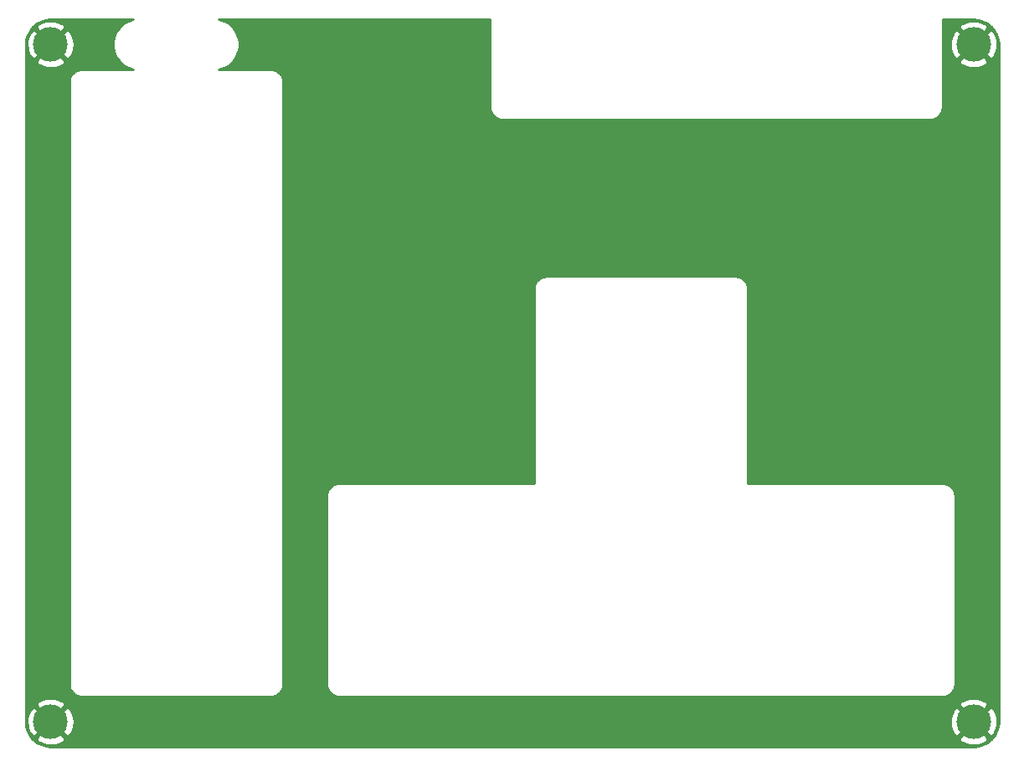
<source format=gbl>
G04 #@! TF.GenerationSoftware,KiCad,Pcbnew,(5.1.8)-1*
G04 #@! TF.CreationDate,2021-03-09T01:55:28+01:00*
G04 #@! TF.ProjectId,C64 Joykey Faceplate A1,43363420-4a6f-4796-9b65-792046616365,rev?*
G04 #@! TF.SameCoordinates,Original*
G04 #@! TF.FileFunction,Copper,L2,Bot*
G04 #@! TF.FilePolarity,Positive*
%FSLAX46Y46*%
G04 Gerber Fmt 4.6, Leading zero omitted, Abs format (unit mm)*
G04 Created by KiCad (PCBNEW (5.1.8)-1) date 2021-03-09 01:55:28*
%MOMM*%
%LPD*%
G01*
G04 APERTURE LIST*
G04 #@! TA.AperFunction,ComponentPad*
%ADD10C,3.500000*%
G04 #@! TD*
G04 #@! TA.AperFunction,Conductor*
%ADD11C,0.254000*%
G04 #@! TD*
G04 #@! TA.AperFunction,Conductor*
%ADD12C,0.100000*%
G04 #@! TD*
G04 APERTURE END LIST*
D10*
X144145000Y-154305000D03*
X237490000Y-154305000D03*
X237490000Y-85725000D03*
X144145000Y-85725000D03*
D11*
X152286066Y-83256094D02*
X151818796Y-83449643D01*
X151398265Y-83730633D01*
X151040633Y-84088265D01*
X150759643Y-84508796D01*
X150566094Y-84976066D01*
X150467423Y-85472116D01*
X150467423Y-85977884D01*
X150566094Y-86473934D01*
X150759643Y-86941204D01*
X151040633Y-87361735D01*
X151398265Y-87719367D01*
X151818796Y-88000357D01*
X152286066Y-88193906D01*
X152517795Y-88240000D01*
X147287581Y-88240000D01*
X147259581Y-88242758D01*
X147255745Y-88242731D01*
X147246574Y-88243631D01*
X147123323Y-88256586D01*
X147064733Y-88268613D01*
X147005971Y-88279822D01*
X146997149Y-88282486D01*
X146878762Y-88319133D01*
X146823632Y-88342308D01*
X146768153Y-88364722D01*
X146760017Y-88369049D01*
X146651002Y-88427993D01*
X146601422Y-88461435D01*
X146551355Y-88494197D01*
X146544214Y-88500022D01*
X146448724Y-88579018D01*
X146406603Y-88621434D01*
X146363834Y-88663316D01*
X146357961Y-88670416D01*
X146279633Y-88766455D01*
X146246518Y-88816297D01*
X146212733Y-88865638D01*
X146208350Y-88873744D01*
X146150168Y-88983168D01*
X146127384Y-89038446D01*
X146103807Y-89093455D01*
X146101082Y-89102259D01*
X146065262Y-89220899D01*
X146053641Y-89279592D01*
X146041206Y-89338095D01*
X146040244Y-89347253D01*
X146040244Y-89347254D01*
X146040243Y-89347259D01*
X146028150Y-89470598D01*
X146025000Y-89502582D01*
X146025001Y-150527419D01*
X146027758Y-150555410D01*
X146027731Y-150559255D01*
X146028631Y-150568426D01*
X146041586Y-150691677D01*
X146053615Y-150750274D01*
X146064822Y-150809028D01*
X146067486Y-150817850D01*
X146104133Y-150936238D01*
X146127308Y-150991368D01*
X146149722Y-151046847D01*
X146154049Y-151054983D01*
X146212992Y-151163998D01*
X146246437Y-151213582D01*
X146279197Y-151263645D01*
X146285022Y-151270786D01*
X146364018Y-151366276D01*
X146406467Y-151408430D01*
X146448315Y-151451165D01*
X146455416Y-151457039D01*
X146551455Y-151535367D01*
X146601281Y-151568472D01*
X146650638Y-151602267D01*
X146658744Y-151606650D01*
X146768167Y-151664832D01*
X146823459Y-151687621D01*
X146878455Y-151711193D01*
X146887258Y-151713918D01*
X147005899Y-151749737D01*
X147064583Y-151761357D01*
X147123094Y-151773794D01*
X147132250Y-151774756D01*
X147132255Y-151774757D01*
X147132259Y-151774757D01*
X147255597Y-151786850D01*
X147255598Y-151786850D01*
X147287581Y-151790000D01*
X166402419Y-151790000D01*
X166430419Y-151787242D01*
X166434255Y-151787269D01*
X166443426Y-151786369D01*
X166566677Y-151773414D01*
X166625274Y-151761385D01*
X166684028Y-151750178D01*
X166692850Y-151747514D01*
X166811238Y-151710867D01*
X166866368Y-151687692D01*
X166921847Y-151665278D01*
X166929983Y-151660951D01*
X167038998Y-151602008D01*
X167088582Y-151568563D01*
X167138645Y-151535803D01*
X167145786Y-151529978D01*
X167241276Y-151450982D01*
X167283430Y-151408533D01*
X167326165Y-151366685D01*
X167332039Y-151359584D01*
X167410367Y-151263545D01*
X167443472Y-151213719D01*
X167477267Y-151164362D01*
X167481650Y-151156256D01*
X167539832Y-151046833D01*
X167562621Y-150991541D01*
X167586193Y-150936545D01*
X167588918Y-150927742D01*
X167624737Y-150809101D01*
X167636359Y-150750408D01*
X167648794Y-150691906D01*
X167649756Y-150682750D01*
X167649757Y-150682745D01*
X167649757Y-150682741D01*
X167661850Y-150559403D01*
X167661850Y-150559402D01*
X167665000Y-150527419D01*
X167665000Y-150527418D01*
X172060000Y-150527418D01*
X172062758Y-150555419D01*
X172062731Y-150559255D01*
X172063631Y-150568426D01*
X172076586Y-150691677D01*
X172088615Y-150750274D01*
X172099822Y-150809028D01*
X172102486Y-150817850D01*
X172139133Y-150936238D01*
X172162308Y-150991368D01*
X172184722Y-151046847D01*
X172189049Y-151054983D01*
X172247992Y-151163998D01*
X172281437Y-151213582D01*
X172314197Y-151263645D01*
X172320022Y-151270786D01*
X172399018Y-151366276D01*
X172441467Y-151408430D01*
X172483315Y-151451165D01*
X172490416Y-151457039D01*
X172586455Y-151535367D01*
X172636281Y-151568472D01*
X172685638Y-151602267D01*
X172693744Y-151606650D01*
X172803167Y-151664832D01*
X172858459Y-151687621D01*
X172913455Y-151711193D01*
X172922258Y-151713918D01*
X173040899Y-151749737D01*
X173099583Y-151761357D01*
X173158094Y-151773794D01*
X173167250Y-151774756D01*
X173167255Y-151774757D01*
X173167259Y-151774757D01*
X173290597Y-151786850D01*
X173290598Y-151786850D01*
X173322581Y-151790000D01*
X234347419Y-151790000D01*
X234375419Y-151787242D01*
X234379255Y-151787269D01*
X234388426Y-151786369D01*
X234511677Y-151773414D01*
X234570274Y-151761385D01*
X234629028Y-151750178D01*
X234637850Y-151747514D01*
X234756238Y-151710867D01*
X234811368Y-151687692D01*
X234866847Y-151665278D01*
X234874983Y-151660951D01*
X234983998Y-151602008D01*
X235033582Y-151568563D01*
X235083645Y-151535803D01*
X235090786Y-151529978D01*
X235186276Y-151450982D01*
X235228430Y-151408533D01*
X235271165Y-151366685D01*
X235277039Y-151359584D01*
X235355367Y-151263545D01*
X235388472Y-151213719D01*
X235422267Y-151164362D01*
X235426650Y-151156256D01*
X235484832Y-151046833D01*
X235507621Y-150991541D01*
X235531193Y-150936545D01*
X235533918Y-150927742D01*
X235569737Y-150809101D01*
X235581359Y-150750408D01*
X235593794Y-150691906D01*
X235594756Y-150682750D01*
X235594757Y-150682745D01*
X235594757Y-150682741D01*
X235606850Y-150559403D01*
X235606850Y-150559402D01*
X235610000Y-150527419D01*
X235610000Y-131412581D01*
X235607242Y-131384581D01*
X235607269Y-131380745D01*
X235606369Y-131371574D01*
X235593414Y-131248323D01*
X235581387Y-131189733D01*
X235570178Y-131130971D01*
X235567514Y-131122149D01*
X235530867Y-131003762D01*
X235507692Y-130948632D01*
X235485278Y-130893153D01*
X235480951Y-130885017D01*
X235422007Y-130776002D01*
X235388565Y-130726422D01*
X235355803Y-130676355D01*
X235349978Y-130669214D01*
X235270982Y-130573724D01*
X235228566Y-130531603D01*
X235186684Y-130488834D01*
X235179584Y-130482961D01*
X235083545Y-130404633D01*
X235033703Y-130371518D01*
X234984362Y-130337733D01*
X234976256Y-130333350D01*
X234866832Y-130275168D01*
X234811554Y-130252384D01*
X234756545Y-130228807D01*
X234747741Y-130226082D01*
X234629101Y-130190262D01*
X234570372Y-130178633D01*
X234511905Y-130166206D01*
X234502747Y-130165244D01*
X234502744Y-130165243D01*
X234502741Y-130165243D01*
X234379402Y-130153150D01*
X234347419Y-130150000D01*
X214662275Y-130150000D01*
X214655487Y-130149335D01*
X214655000Y-130144699D01*
X214655000Y-110457581D01*
X214652242Y-110429581D01*
X214652269Y-110425745D01*
X214651369Y-110416574D01*
X214638414Y-110293323D01*
X214626387Y-110234733D01*
X214615178Y-110175971D01*
X214612514Y-110167149D01*
X214575867Y-110048762D01*
X214552692Y-109993632D01*
X214530278Y-109938153D01*
X214525951Y-109930017D01*
X214467007Y-109821002D01*
X214433565Y-109771422D01*
X214400803Y-109721355D01*
X214394978Y-109714214D01*
X214315982Y-109618724D01*
X214273566Y-109576603D01*
X214231684Y-109533834D01*
X214224584Y-109527961D01*
X214128545Y-109449633D01*
X214078703Y-109416518D01*
X214029362Y-109382733D01*
X214021256Y-109378350D01*
X213911832Y-109320168D01*
X213856554Y-109297384D01*
X213801545Y-109273807D01*
X213792741Y-109271082D01*
X213674101Y-109235262D01*
X213615372Y-109223633D01*
X213556905Y-109211206D01*
X213547747Y-109210244D01*
X213547744Y-109210243D01*
X213547741Y-109210243D01*
X213424402Y-109198150D01*
X213392419Y-109195000D01*
X194277581Y-109195000D01*
X194249581Y-109197758D01*
X194245745Y-109197731D01*
X194236574Y-109198631D01*
X194113323Y-109211586D01*
X194054733Y-109223613D01*
X193995971Y-109234822D01*
X193987149Y-109237486D01*
X193868762Y-109274133D01*
X193813632Y-109297308D01*
X193758153Y-109319722D01*
X193750017Y-109324049D01*
X193641002Y-109382993D01*
X193591422Y-109416435D01*
X193541355Y-109449197D01*
X193534214Y-109455022D01*
X193438724Y-109534018D01*
X193396603Y-109576434D01*
X193353834Y-109618316D01*
X193347961Y-109625416D01*
X193269633Y-109721455D01*
X193236518Y-109771297D01*
X193202733Y-109820638D01*
X193198350Y-109828744D01*
X193140168Y-109938168D01*
X193117384Y-109993446D01*
X193093807Y-110048455D01*
X193091082Y-110057259D01*
X193055262Y-110175899D01*
X193043641Y-110234592D01*
X193031206Y-110293095D01*
X193030244Y-110302253D01*
X193030244Y-110302254D01*
X193030243Y-110302259D01*
X193018150Y-110425598D01*
X193018150Y-110425608D01*
X193015001Y-110457581D01*
X193015000Y-130142725D01*
X193014335Y-130149513D01*
X193009699Y-130150000D01*
X173322581Y-130150000D01*
X173294581Y-130152758D01*
X173290745Y-130152731D01*
X173281574Y-130153631D01*
X173158323Y-130166586D01*
X173099733Y-130178613D01*
X173040971Y-130189822D01*
X173032149Y-130192486D01*
X172913762Y-130229133D01*
X172858632Y-130252308D01*
X172803153Y-130274722D01*
X172795017Y-130279049D01*
X172686002Y-130337993D01*
X172636422Y-130371435D01*
X172586355Y-130404197D01*
X172579214Y-130410022D01*
X172483724Y-130489018D01*
X172441603Y-130531434D01*
X172398834Y-130573316D01*
X172392961Y-130580416D01*
X172314633Y-130676455D01*
X172281518Y-130726297D01*
X172247733Y-130775638D01*
X172243350Y-130783744D01*
X172185168Y-130893168D01*
X172162390Y-130948432D01*
X172138807Y-131003455D01*
X172136082Y-131012259D01*
X172100262Y-131130899D01*
X172088641Y-131189592D01*
X172076206Y-131248095D01*
X172075244Y-131257253D01*
X172075244Y-131257254D01*
X172075243Y-131257259D01*
X172063150Y-131380598D01*
X172063150Y-131380608D01*
X172060001Y-131412581D01*
X172060000Y-150527418D01*
X167665000Y-150527418D01*
X167665000Y-89502581D01*
X167662242Y-89474581D01*
X167662269Y-89470745D01*
X167661369Y-89461574D01*
X167648414Y-89338323D01*
X167636387Y-89279733D01*
X167625178Y-89220971D01*
X167622514Y-89212149D01*
X167585867Y-89093762D01*
X167562692Y-89038632D01*
X167540278Y-88983153D01*
X167535951Y-88975017D01*
X167477007Y-88866002D01*
X167443565Y-88816422D01*
X167410803Y-88766355D01*
X167404978Y-88759214D01*
X167325982Y-88663724D01*
X167283566Y-88621603D01*
X167241684Y-88578834D01*
X167234584Y-88572961D01*
X167138545Y-88494633D01*
X167088703Y-88461518D01*
X167039362Y-88427733D01*
X167031256Y-88423350D01*
X166921832Y-88365168D01*
X166866554Y-88342384D01*
X166811545Y-88318807D01*
X166802741Y-88316082D01*
X166684101Y-88280262D01*
X166625372Y-88268633D01*
X166566905Y-88256206D01*
X166557747Y-88255244D01*
X166557744Y-88255243D01*
X166557741Y-88255243D01*
X166434402Y-88243150D01*
X166402419Y-88240000D01*
X161172205Y-88240000D01*
X161403934Y-88193906D01*
X161871204Y-88000357D01*
X162291735Y-87719367D01*
X162649367Y-87361735D01*
X162930357Y-86941204D01*
X163123906Y-86473934D01*
X163222577Y-85977884D01*
X163222577Y-85472116D01*
X163123906Y-84976066D01*
X162930357Y-84508796D01*
X162649367Y-84088265D01*
X162291735Y-83730633D01*
X161871204Y-83449643D01*
X161403934Y-83256094D01*
X161172205Y-83210000D01*
X188562725Y-83210000D01*
X188569513Y-83210666D01*
X188570001Y-83215310D01*
X188570000Y-92107418D01*
X188572758Y-92135419D01*
X188572731Y-92139255D01*
X188573631Y-92148426D01*
X188586586Y-92271677D01*
X188598615Y-92330274D01*
X188609822Y-92389028D01*
X188612486Y-92397850D01*
X188649133Y-92516238D01*
X188672308Y-92571368D01*
X188694722Y-92626847D01*
X188699049Y-92634983D01*
X188757992Y-92743998D01*
X188791437Y-92793582D01*
X188824197Y-92843645D01*
X188830022Y-92850786D01*
X188909018Y-92946276D01*
X188951467Y-92988430D01*
X188993315Y-93031165D01*
X189000416Y-93037039D01*
X189096455Y-93115367D01*
X189146281Y-93148472D01*
X189195638Y-93182267D01*
X189203744Y-93186650D01*
X189313167Y-93244832D01*
X189368459Y-93267621D01*
X189423455Y-93291193D01*
X189432258Y-93293918D01*
X189550899Y-93329737D01*
X189609583Y-93341357D01*
X189668094Y-93353794D01*
X189677250Y-93354756D01*
X189677255Y-93354757D01*
X189677259Y-93354757D01*
X189800597Y-93366850D01*
X189800598Y-93366850D01*
X189832581Y-93370000D01*
X233077419Y-93370000D01*
X233105419Y-93367242D01*
X233109255Y-93367269D01*
X233118426Y-93366369D01*
X233241677Y-93353414D01*
X233300274Y-93341385D01*
X233359028Y-93330178D01*
X233367850Y-93327514D01*
X233486238Y-93290867D01*
X233541368Y-93267692D01*
X233596847Y-93245278D01*
X233604983Y-93240951D01*
X233713998Y-93182008D01*
X233763582Y-93148563D01*
X233813645Y-93115803D01*
X233820786Y-93109978D01*
X233916276Y-93030982D01*
X233958430Y-92988533D01*
X234001165Y-92946685D01*
X234007039Y-92939584D01*
X234085367Y-92843545D01*
X234118472Y-92793719D01*
X234152267Y-92744362D01*
X234156650Y-92736256D01*
X234214832Y-92626833D01*
X234237621Y-92571541D01*
X234261193Y-92516545D01*
X234263918Y-92507742D01*
X234299737Y-92389101D01*
X234311359Y-92330408D01*
X234323794Y-92271906D01*
X234324756Y-92262750D01*
X234324757Y-92262745D01*
X234324757Y-92262741D01*
X234336850Y-92139403D01*
X234336850Y-92139402D01*
X234340000Y-92107419D01*
X234340000Y-87394609D01*
X235999997Y-87394609D01*
X236186073Y-87735766D01*
X236603409Y-87951513D01*
X237054815Y-88081696D01*
X237522946Y-88121313D01*
X237989811Y-88068842D01*
X238437468Y-87926297D01*
X238793927Y-87735766D01*
X238980003Y-87394609D01*
X237490000Y-85904605D01*
X235999997Y-87394609D01*
X234340000Y-87394609D01*
X234340000Y-85757946D01*
X235093687Y-85757946D01*
X235146158Y-86224811D01*
X235288703Y-86672468D01*
X235479234Y-87028927D01*
X235820391Y-87215003D01*
X237310395Y-85725000D01*
X237669605Y-85725000D01*
X239159609Y-87215003D01*
X239500766Y-87028927D01*
X239716513Y-86611591D01*
X239846696Y-86160185D01*
X239886313Y-85692054D01*
X239833842Y-85225189D01*
X239691297Y-84777532D01*
X239500766Y-84421073D01*
X239159609Y-84234997D01*
X237669605Y-85725000D01*
X237310395Y-85725000D01*
X235820391Y-84234997D01*
X235479234Y-84421073D01*
X235263487Y-84838409D01*
X235133304Y-85289815D01*
X235093687Y-85757946D01*
X234340000Y-85757946D01*
X234340000Y-84055391D01*
X235999997Y-84055391D01*
X237490000Y-85545395D01*
X238980003Y-84055391D01*
X238793927Y-83714234D01*
X238376591Y-83498487D01*
X237925185Y-83368304D01*
X237457054Y-83328687D01*
X236990189Y-83381158D01*
X236542532Y-83523703D01*
X236186073Y-83714234D01*
X235999997Y-84055391D01*
X234340000Y-84055391D01*
X234340000Y-83217275D01*
X234340666Y-83210487D01*
X234345301Y-83210000D01*
X237457722Y-83210000D01*
X237977884Y-83261002D01*
X238447188Y-83402694D01*
X238880025Y-83632837D01*
X239259927Y-83942678D01*
X239572403Y-84320397D01*
X239805569Y-84751627D01*
X239950532Y-85219928D01*
X240005000Y-85738153D01*
X240005001Y-154272712D01*
X239953998Y-154792883D01*
X239812307Y-155262186D01*
X239582161Y-155695028D01*
X239272323Y-156074927D01*
X238894600Y-156387406D01*
X238463373Y-156620569D01*
X237995073Y-156765532D01*
X237476847Y-156820000D01*
X144177278Y-156820000D01*
X143657117Y-156768998D01*
X143187814Y-156627307D01*
X142754972Y-156397161D01*
X142375073Y-156087323D01*
X142281829Y-155974609D01*
X142654997Y-155974609D01*
X142841073Y-156315766D01*
X143258409Y-156531513D01*
X143709815Y-156661696D01*
X144177946Y-156701313D01*
X144644811Y-156648842D01*
X145092468Y-156506297D01*
X145448927Y-156315766D01*
X145635003Y-155974609D01*
X235999997Y-155974609D01*
X236186073Y-156315766D01*
X236603409Y-156531513D01*
X237054815Y-156661696D01*
X237522946Y-156701313D01*
X237989811Y-156648842D01*
X238437468Y-156506297D01*
X238793927Y-156315766D01*
X238980003Y-155974609D01*
X237490000Y-154484605D01*
X235999997Y-155974609D01*
X145635003Y-155974609D01*
X144145000Y-154484605D01*
X142654997Y-155974609D01*
X142281829Y-155974609D01*
X142062594Y-155709600D01*
X141829431Y-155278373D01*
X141684468Y-154810073D01*
X141634846Y-154337946D01*
X141748687Y-154337946D01*
X141801158Y-154804811D01*
X141943703Y-155252468D01*
X142134234Y-155608927D01*
X142475391Y-155795003D01*
X143965395Y-154305000D01*
X144324605Y-154305000D01*
X145814609Y-155795003D01*
X146155766Y-155608927D01*
X146371513Y-155191591D01*
X146501696Y-154740185D01*
X146535736Y-154337946D01*
X235093687Y-154337946D01*
X235146158Y-154804811D01*
X235288703Y-155252468D01*
X235479234Y-155608927D01*
X235820391Y-155795003D01*
X237310395Y-154305000D01*
X237669605Y-154305000D01*
X239159609Y-155795003D01*
X239500766Y-155608927D01*
X239716513Y-155191591D01*
X239846696Y-154740185D01*
X239886313Y-154272054D01*
X239833842Y-153805189D01*
X239691297Y-153357532D01*
X239500766Y-153001073D01*
X239159609Y-152814997D01*
X237669605Y-154305000D01*
X237310395Y-154305000D01*
X235820391Y-152814997D01*
X235479234Y-153001073D01*
X235263487Y-153418409D01*
X235133304Y-153869815D01*
X235093687Y-154337946D01*
X146535736Y-154337946D01*
X146541313Y-154272054D01*
X146488842Y-153805189D01*
X146346297Y-153357532D01*
X146155766Y-153001073D01*
X145814609Y-152814997D01*
X144324605Y-154305000D01*
X143965395Y-154305000D01*
X142475391Y-152814997D01*
X142134234Y-153001073D01*
X141918487Y-153418409D01*
X141788304Y-153869815D01*
X141748687Y-154337946D01*
X141634846Y-154337946D01*
X141630000Y-154291847D01*
X141630000Y-152635391D01*
X142654997Y-152635391D01*
X144145000Y-154125395D01*
X145635003Y-152635391D01*
X235999997Y-152635391D01*
X237490000Y-154125395D01*
X238980003Y-152635391D01*
X238793927Y-152294234D01*
X238376591Y-152078487D01*
X237925185Y-151948304D01*
X237457054Y-151908687D01*
X236990189Y-151961158D01*
X236542532Y-152103703D01*
X236186073Y-152294234D01*
X235999997Y-152635391D01*
X145635003Y-152635391D01*
X145448927Y-152294234D01*
X145031591Y-152078487D01*
X144580185Y-151948304D01*
X144112054Y-151908687D01*
X143645189Y-151961158D01*
X143197532Y-152103703D01*
X142841073Y-152294234D01*
X142654997Y-152635391D01*
X141630000Y-152635391D01*
X141630000Y-87394609D01*
X142654997Y-87394609D01*
X142841073Y-87735766D01*
X143258409Y-87951513D01*
X143709815Y-88081696D01*
X144177946Y-88121313D01*
X144644811Y-88068842D01*
X145092468Y-87926297D01*
X145448927Y-87735766D01*
X145635003Y-87394609D01*
X144145000Y-85904605D01*
X142654997Y-87394609D01*
X141630000Y-87394609D01*
X141630000Y-85757946D01*
X141748687Y-85757946D01*
X141801158Y-86224811D01*
X141943703Y-86672468D01*
X142134234Y-87028927D01*
X142475391Y-87215003D01*
X143965395Y-85725000D01*
X144324605Y-85725000D01*
X145814609Y-87215003D01*
X146155766Y-87028927D01*
X146371513Y-86611591D01*
X146501696Y-86160185D01*
X146541313Y-85692054D01*
X146488842Y-85225189D01*
X146346297Y-84777532D01*
X146155766Y-84421073D01*
X145814609Y-84234997D01*
X144324605Y-85725000D01*
X143965395Y-85725000D01*
X142475391Y-84234997D01*
X142134234Y-84421073D01*
X141918487Y-84838409D01*
X141788304Y-85289815D01*
X141748687Y-85757946D01*
X141630000Y-85757946D01*
X141630000Y-85757278D01*
X141681002Y-85237116D01*
X141822694Y-84767812D01*
X142052837Y-84334975D01*
X142280860Y-84055391D01*
X142654997Y-84055391D01*
X144145000Y-85545395D01*
X145635003Y-84055391D01*
X145448927Y-83714234D01*
X145031591Y-83498487D01*
X144580185Y-83368304D01*
X144112054Y-83328687D01*
X143645189Y-83381158D01*
X143197532Y-83523703D01*
X142841073Y-83714234D01*
X142654997Y-84055391D01*
X142280860Y-84055391D01*
X142362678Y-83955073D01*
X142740397Y-83642597D01*
X143171627Y-83409431D01*
X143639928Y-83264468D01*
X144158153Y-83210000D01*
X152517795Y-83210000D01*
X152286066Y-83256094D01*
G04 #@! TA.AperFunction,Conductor*
D12*
G36*
X152286066Y-83256094D02*
G01*
X151818796Y-83449643D01*
X151398265Y-83730633D01*
X151040633Y-84088265D01*
X150759643Y-84508796D01*
X150566094Y-84976066D01*
X150467423Y-85472116D01*
X150467423Y-85977884D01*
X150566094Y-86473934D01*
X150759643Y-86941204D01*
X151040633Y-87361735D01*
X151398265Y-87719367D01*
X151818796Y-88000357D01*
X152286066Y-88193906D01*
X152517795Y-88240000D01*
X147287581Y-88240000D01*
X147259581Y-88242758D01*
X147255745Y-88242731D01*
X147246574Y-88243631D01*
X147123323Y-88256586D01*
X147064733Y-88268613D01*
X147005971Y-88279822D01*
X146997149Y-88282486D01*
X146878762Y-88319133D01*
X146823632Y-88342308D01*
X146768153Y-88364722D01*
X146760017Y-88369049D01*
X146651002Y-88427993D01*
X146601422Y-88461435D01*
X146551355Y-88494197D01*
X146544214Y-88500022D01*
X146448724Y-88579018D01*
X146406603Y-88621434D01*
X146363834Y-88663316D01*
X146357961Y-88670416D01*
X146279633Y-88766455D01*
X146246518Y-88816297D01*
X146212733Y-88865638D01*
X146208350Y-88873744D01*
X146150168Y-88983168D01*
X146127384Y-89038446D01*
X146103807Y-89093455D01*
X146101082Y-89102259D01*
X146065262Y-89220899D01*
X146053641Y-89279592D01*
X146041206Y-89338095D01*
X146040244Y-89347253D01*
X146040244Y-89347254D01*
X146040243Y-89347259D01*
X146028150Y-89470598D01*
X146025000Y-89502582D01*
X146025001Y-150527419D01*
X146027758Y-150555410D01*
X146027731Y-150559255D01*
X146028631Y-150568426D01*
X146041586Y-150691677D01*
X146053615Y-150750274D01*
X146064822Y-150809028D01*
X146067486Y-150817850D01*
X146104133Y-150936238D01*
X146127308Y-150991368D01*
X146149722Y-151046847D01*
X146154049Y-151054983D01*
X146212992Y-151163998D01*
X146246437Y-151213582D01*
X146279197Y-151263645D01*
X146285022Y-151270786D01*
X146364018Y-151366276D01*
X146406467Y-151408430D01*
X146448315Y-151451165D01*
X146455416Y-151457039D01*
X146551455Y-151535367D01*
X146601281Y-151568472D01*
X146650638Y-151602267D01*
X146658744Y-151606650D01*
X146768167Y-151664832D01*
X146823459Y-151687621D01*
X146878455Y-151711193D01*
X146887258Y-151713918D01*
X147005899Y-151749737D01*
X147064583Y-151761357D01*
X147123094Y-151773794D01*
X147132250Y-151774756D01*
X147132255Y-151774757D01*
X147132259Y-151774757D01*
X147255597Y-151786850D01*
X147255598Y-151786850D01*
X147287581Y-151790000D01*
X166402419Y-151790000D01*
X166430419Y-151787242D01*
X166434255Y-151787269D01*
X166443426Y-151786369D01*
X166566677Y-151773414D01*
X166625274Y-151761385D01*
X166684028Y-151750178D01*
X166692850Y-151747514D01*
X166811238Y-151710867D01*
X166866368Y-151687692D01*
X166921847Y-151665278D01*
X166929983Y-151660951D01*
X167038998Y-151602008D01*
X167088582Y-151568563D01*
X167138645Y-151535803D01*
X167145786Y-151529978D01*
X167241276Y-151450982D01*
X167283430Y-151408533D01*
X167326165Y-151366685D01*
X167332039Y-151359584D01*
X167410367Y-151263545D01*
X167443472Y-151213719D01*
X167477267Y-151164362D01*
X167481650Y-151156256D01*
X167539832Y-151046833D01*
X167562621Y-150991541D01*
X167586193Y-150936545D01*
X167588918Y-150927742D01*
X167624737Y-150809101D01*
X167636359Y-150750408D01*
X167648794Y-150691906D01*
X167649756Y-150682750D01*
X167649757Y-150682745D01*
X167649757Y-150682741D01*
X167661850Y-150559403D01*
X167661850Y-150559402D01*
X167665000Y-150527419D01*
X167665000Y-150527418D01*
X172060000Y-150527418D01*
X172062758Y-150555419D01*
X172062731Y-150559255D01*
X172063631Y-150568426D01*
X172076586Y-150691677D01*
X172088615Y-150750274D01*
X172099822Y-150809028D01*
X172102486Y-150817850D01*
X172139133Y-150936238D01*
X172162308Y-150991368D01*
X172184722Y-151046847D01*
X172189049Y-151054983D01*
X172247992Y-151163998D01*
X172281437Y-151213582D01*
X172314197Y-151263645D01*
X172320022Y-151270786D01*
X172399018Y-151366276D01*
X172441467Y-151408430D01*
X172483315Y-151451165D01*
X172490416Y-151457039D01*
X172586455Y-151535367D01*
X172636281Y-151568472D01*
X172685638Y-151602267D01*
X172693744Y-151606650D01*
X172803167Y-151664832D01*
X172858459Y-151687621D01*
X172913455Y-151711193D01*
X172922258Y-151713918D01*
X173040899Y-151749737D01*
X173099583Y-151761357D01*
X173158094Y-151773794D01*
X173167250Y-151774756D01*
X173167255Y-151774757D01*
X173167259Y-151774757D01*
X173290597Y-151786850D01*
X173290598Y-151786850D01*
X173322581Y-151790000D01*
X234347419Y-151790000D01*
X234375419Y-151787242D01*
X234379255Y-151787269D01*
X234388426Y-151786369D01*
X234511677Y-151773414D01*
X234570274Y-151761385D01*
X234629028Y-151750178D01*
X234637850Y-151747514D01*
X234756238Y-151710867D01*
X234811368Y-151687692D01*
X234866847Y-151665278D01*
X234874983Y-151660951D01*
X234983998Y-151602008D01*
X235033582Y-151568563D01*
X235083645Y-151535803D01*
X235090786Y-151529978D01*
X235186276Y-151450982D01*
X235228430Y-151408533D01*
X235271165Y-151366685D01*
X235277039Y-151359584D01*
X235355367Y-151263545D01*
X235388472Y-151213719D01*
X235422267Y-151164362D01*
X235426650Y-151156256D01*
X235484832Y-151046833D01*
X235507621Y-150991541D01*
X235531193Y-150936545D01*
X235533918Y-150927742D01*
X235569737Y-150809101D01*
X235581359Y-150750408D01*
X235593794Y-150691906D01*
X235594756Y-150682750D01*
X235594757Y-150682745D01*
X235594757Y-150682741D01*
X235606850Y-150559403D01*
X235606850Y-150559402D01*
X235610000Y-150527419D01*
X235610000Y-131412581D01*
X235607242Y-131384581D01*
X235607269Y-131380745D01*
X235606369Y-131371574D01*
X235593414Y-131248323D01*
X235581387Y-131189733D01*
X235570178Y-131130971D01*
X235567514Y-131122149D01*
X235530867Y-131003762D01*
X235507692Y-130948632D01*
X235485278Y-130893153D01*
X235480951Y-130885017D01*
X235422007Y-130776002D01*
X235388565Y-130726422D01*
X235355803Y-130676355D01*
X235349978Y-130669214D01*
X235270982Y-130573724D01*
X235228566Y-130531603D01*
X235186684Y-130488834D01*
X235179584Y-130482961D01*
X235083545Y-130404633D01*
X235033703Y-130371518D01*
X234984362Y-130337733D01*
X234976256Y-130333350D01*
X234866832Y-130275168D01*
X234811554Y-130252384D01*
X234756545Y-130228807D01*
X234747741Y-130226082D01*
X234629101Y-130190262D01*
X234570372Y-130178633D01*
X234511905Y-130166206D01*
X234502747Y-130165244D01*
X234502744Y-130165243D01*
X234502741Y-130165243D01*
X234379402Y-130153150D01*
X234347419Y-130150000D01*
X214662275Y-130150000D01*
X214655487Y-130149335D01*
X214655000Y-130144699D01*
X214655000Y-110457581D01*
X214652242Y-110429581D01*
X214652269Y-110425745D01*
X214651369Y-110416574D01*
X214638414Y-110293323D01*
X214626387Y-110234733D01*
X214615178Y-110175971D01*
X214612514Y-110167149D01*
X214575867Y-110048762D01*
X214552692Y-109993632D01*
X214530278Y-109938153D01*
X214525951Y-109930017D01*
X214467007Y-109821002D01*
X214433565Y-109771422D01*
X214400803Y-109721355D01*
X214394978Y-109714214D01*
X214315982Y-109618724D01*
X214273566Y-109576603D01*
X214231684Y-109533834D01*
X214224584Y-109527961D01*
X214128545Y-109449633D01*
X214078703Y-109416518D01*
X214029362Y-109382733D01*
X214021256Y-109378350D01*
X213911832Y-109320168D01*
X213856554Y-109297384D01*
X213801545Y-109273807D01*
X213792741Y-109271082D01*
X213674101Y-109235262D01*
X213615372Y-109223633D01*
X213556905Y-109211206D01*
X213547747Y-109210244D01*
X213547744Y-109210243D01*
X213547741Y-109210243D01*
X213424402Y-109198150D01*
X213392419Y-109195000D01*
X194277581Y-109195000D01*
X194249581Y-109197758D01*
X194245745Y-109197731D01*
X194236574Y-109198631D01*
X194113323Y-109211586D01*
X194054733Y-109223613D01*
X193995971Y-109234822D01*
X193987149Y-109237486D01*
X193868762Y-109274133D01*
X193813632Y-109297308D01*
X193758153Y-109319722D01*
X193750017Y-109324049D01*
X193641002Y-109382993D01*
X193591422Y-109416435D01*
X193541355Y-109449197D01*
X193534214Y-109455022D01*
X193438724Y-109534018D01*
X193396603Y-109576434D01*
X193353834Y-109618316D01*
X193347961Y-109625416D01*
X193269633Y-109721455D01*
X193236518Y-109771297D01*
X193202733Y-109820638D01*
X193198350Y-109828744D01*
X193140168Y-109938168D01*
X193117384Y-109993446D01*
X193093807Y-110048455D01*
X193091082Y-110057259D01*
X193055262Y-110175899D01*
X193043641Y-110234592D01*
X193031206Y-110293095D01*
X193030244Y-110302253D01*
X193030244Y-110302254D01*
X193030243Y-110302259D01*
X193018150Y-110425598D01*
X193018150Y-110425608D01*
X193015001Y-110457581D01*
X193015000Y-130142725D01*
X193014335Y-130149513D01*
X193009699Y-130150000D01*
X173322581Y-130150000D01*
X173294581Y-130152758D01*
X173290745Y-130152731D01*
X173281574Y-130153631D01*
X173158323Y-130166586D01*
X173099733Y-130178613D01*
X173040971Y-130189822D01*
X173032149Y-130192486D01*
X172913762Y-130229133D01*
X172858632Y-130252308D01*
X172803153Y-130274722D01*
X172795017Y-130279049D01*
X172686002Y-130337993D01*
X172636422Y-130371435D01*
X172586355Y-130404197D01*
X172579214Y-130410022D01*
X172483724Y-130489018D01*
X172441603Y-130531434D01*
X172398834Y-130573316D01*
X172392961Y-130580416D01*
X172314633Y-130676455D01*
X172281518Y-130726297D01*
X172247733Y-130775638D01*
X172243350Y-130783744D01*
X172185168Y-130893168D01*
X172162390Y-130948432D01*
X172138807Y-131003455D01*
X172136082Y-131012259D01*
X172100262Y-131130899D01*
X172088641Y-131189592D01*
X172076206Y-131248095D01*
X172075244Y-131257253D01*
X172075244Y-131257254D01*
X172075243Y-131257259D01*
X172063150Y-131380598D01*
X172063150Y-131380608D01*
X172060001Y-131412581D01*
X172060000Y-150527418D01*
X167665000Y-150527418D01*
X167665000Y-89502581D01*
X167662242Y-89474581D01*
X167662269Y-89470745D01*
X167661369Y-89461574D01*
X167648414Y-89338323D01*
X167636387Y-89279733D01*
X167625178Y-89220971D01*
X167622514Y-89212149D01*
X167585867Y-89093762D01*
X167562692Y-89038632D01*
X167540278Y-88983153D01*
X167535951Y-88975017D01*
X167477007Y-88866002D01*
X167443565Y-88816422D01*
X167410803Y-88766355D01*
X167404978Y-88759214D01*
X167325982Y-88663724D01*
X167283566Y-88621603D01*
X167241684Y-88578834D01*
X167234584Y-88572961D01*
X167138545Y-88494633D01*
X167088703Y-88461518D01*
X167039362Y-88427733D01*
X167031256Y-88423350D01*
X166921832Y-88365168D01*
X166866554Y-88342384D01*
X166811545Y-88318807D01*
X166802741Y-88316082D01*
X166684101Y-88280262D01*
X166625372Y-88268633D01*
X166566905Y-88256206D01*
X166557747Y-88255244D01*
X166557744Y-88255243D01*
X166557741Y-88255243D01*
X166434402Y-88243150D01*
X166402419Y-88240000D01*
X161172205Y-88240000D01*
X161403934Y-88193906D01*
X161871204Y-88000357D01*
X162291735Y-87719367D01*
X162649367Y-87361735D01*
X162930357Y-86941204D01*
X163123906Y-86473934D01*
X163222577Y-85977884D01*
X163222577Y-85472116D01*
X163123906Y-84976066D01*
X162930357Y-84508796D01*
X162649367Y-84088265D01*
X162291735Y-83730633D01*
X161871204Y-83449643D01*
X161403934Y-83256094D01*
X161172205Y-83210000D01*
X188562725Y-83210000D01*
X188569513Y-83210666D01*
X188570001Y-83215310D01*
X188570000Y-92107418D01*
X188572758Y-92135419D01*
X188572731Y-92139255D01*
X188573631Y-92148426D01*
X188586586Y-92271677D01*
X188598615Y-92330274D01*
X188609822Y-92389028D01*
X188612486Y-92397850D01*
X188649133Y-92516238D01*
X188672308Y-92571368D01*
X188694722Y-92626847D01*
X188699049Y-92634983D01*
X188757992Y-92743998D01*
X188791437Y-92793582D01*
X188824197Y-92843645D01*
X188830022Y-92850786D01*
X188909018Y-92946276D01*
X188951467Y-92988430D01*
X188993315Y-93031165D01*
X189000416Y-93037039D01*
X189096455Y-93115367D01*
X189146281Y-93148472D01*
X189195638Y-93182267D01*
X189203744Y-93186650D01*
X189313167Y-93244832D01*
X189368459Y-93267621D01*
X189423455Y-93291193D01*
X189432258Y-93293918D01*
X189550899Y-93329737D01*
X189609583Y-93341357D01*
X189668094Y-93353794D01*
X189677250Y-93354756D01*
X189677255Y-93354757D01*
X189677259Y-93354757D01*
X189800597Y-93366850D01*
X189800598Y-93366850D01*
X189832581Y-93370000D01*
X233077419Y-93370000D01*
X233105419Y-93367242D01*
X233109255Y-93367269D01*
X233118426Y-93366369D01*
X233241677Y-93353414D01*
X233300274Y-93341385D01*
X233359028Y-93330178D01*
X233367850Y-93327514D01*
X233486238Y-93290867D01*
X233541368Y-93267692D01*
X233596847Y-93245278D01*
X233604983Y-93240951D01*
X233713998Y-93182008D01*
X233763582Y-93148563D01*
X233813645Y-93115803D01*
X233820786Y-93109978D01*
X233916276Y-93030982D01*
X233958430Y-92988533D01*
X234001165Y-92946685D01*
X234007039Y-92939584D01*
X234085367Y-92843545D01*
X234118472Y-92793719D01*
X234152267Y-92744362D01*
X234156650Y-92736256D01*
X234214832Y-92626833D01*
X234237621Y-92571541D01*
X234261193Y-92516545D01*
X234263918Y-92507742D01*
X234299737Y-92389101D01*
X234311359Y-92330408D01*
X234323794Y-92271906D01*
X234324756Y-92262750D01*
X234324757Y-92262745D01*
X234324757Y-92262741D01*
X234336850Y-92139403D01*
X234336850Y-92139402D01*
X234340000Y-92107419D01*
X234340000Y-87394609D01*
X235999997Y-87394609D01*
X236186073Y-87735766D01*
X236603409Y-87951513D01*
X237054815Y-88081696D01*
X237522946Y-88121313D01*
X237989811Y-88068842D01*
X238437468Y-87926297D01*
X238793927Y-87735766D01*
X238980003Y-87394609D01*
X237490000Y-85904605D01*
X235999997Y-87394609D01*
X234340000Y-87394609D01*
X234340000Y-85757946D01*
X235093687Y-85757946D01*
X235146158Y-86224811D01*
X235288703Y-86672468D01*
X235479234Y-87028927D01*
X235820391Y-87215003D01*
X237310395Y-85725000D01*
X237669605Y-85725000D01*
X239159609Y-87215003D01*
X239500766Y-87028927D01*
X239716513Y-86611591D01*
X239846696Y-86160185D01*
X239886313Y-85692054D01*
X239833842Y-85225189D01*
X239691297Y-84777532D01*
X239500766Y-84421073D01*
X239159609Y-84234997D01*
X237669605Y-85725000D01*
X237310395Y-85725000D01*
X235820391Y-84234997D01*
X235479234Y-84421073D01*
X235263487Y-84838409D01*
X235133304Y-85289815D01*
X235093687Y-85757946D01*
X234340000Y-85757946D01*
X234340000Y-84055391D01*
X235999997Y-84055391D01*
X237490000Y-85545395D01*
X238980003Y-84055391D01*
X238793927Y-83714234D01*
X238376591Y-83498487D01*
X237925185Y-83368304D01*
X237457054Y-83328687D01*
X236990189Y-83381158D01*
X236542532Y-83523703D01*
X236186073Y-83714234D01*
X235999997Y-84055391D01*
X234340000Y-84055391D01*
X234340000Y-83217275D01*
X234340666Y-83210487D01*
X234345301Y-83210000D01*
X237457722Y-83210000D01*
X237977884Y-83261002D01*
X238447188Y-83402694D01*
X238880025Y-83632837D01*
X239259927Y-83942678D01*
X239572403Y-84320397D01*
X239805569Y-84751627D01*
X239950532Y-85219928D01*
X240005000Y-85738153D01*
X240005001Y-154272712D01*
X239953998Y-154792883D01*
X239812307Y-155262186D01*
X239582161Y-155695028D01*
X239272323Y-156074927D01*
X238894600Y-156387406D01*
X238463373Y-156620569D01*
X237995073Y-156765532D01*
X237476847Y-156820000D01*
X144177278Y-156820000D01*
X143657117Y-156768998D01*
X143187814Y-156627307D01*
X142754972Y-156397161D01*
X142375073Y-156087323D01*
X142281829Y-155974609D01*
X142654997Y-155974609D01*
X142841073Y-156315766D01*
X143258409Y-156531513D01*
X143709815Y-156661696D01*
X144177946Y-156701313D01*
X144644811Y-156648842D01*
X145092468Y-156506297D01*
X145448927Y-156315766D01*
X145635003Y-155974609D01*
X235999997Y-155974609D01*
X236186073Y-156315766D01*
X236603409Y-156531513D01*
X237054815Y-156661696D01*
X237522946Y-156701313D01*
X237989811Y-156648842D01*
X238437468Y-156506297D01*
X238793927Y-156315766D01*
X238980003Y-155974609D01*
X237490000Y-154484605D01*
X235999997Y-155974609D01*
X145635003Y-155974609D01*
X144145000Y-154484605D01*
X142654997Y-155974609D01*
X142281829Y-155974609D01*
X142062594Y-155709600D01*
X141829431Y-155278373D01*
X141684468Y-154810073D01*
X141634846Y-154337946D01*
X141748687Y-154337946D01*
X141801158Y-154804811D01*
X141943703Y-155252468D01*
X142134234Y-155608927D01*
X142475391Y-155795003D01*
X143965395Y-154305000D01*
X144324605Y-154305000D01*
X145814609Y-155795003D01*
X146155766Y-155608927D01*
X146371513Y-155191591D01*
X146501696Y-154740185D01*
X146535736Y-154337946D01*
X235093687Y-154337946D01*
X235146158Y-154804811D01*
X235288703Y-155252468D01*
X235479234Y-155608927D01*
X235820391Y-155795003D01*
X237310395Y-154305000D01*
X237669605Y-154305000D01*
X239159609Y-155795003D01*
X239500766Y-155608927D01*
X239716513Y-155191591D01*
X239846696Y-154740185D01*
X239886313Y-154272054D01*
X239833842Y-153805189D01*
X239691297Y-153357532D01*
X239500766Y-153001073D01*
X239159609Y-152814997D01*
X237669605Y-154305000D01*
X237310395Y-154305000D01*
X235820391Y-152814997D01*
X235479234Y-153001073D01*
X235263487Y-153418409D01*
X235133304Y-153869815D01*
X235093687Y-154337946D01*
X146535736Y-154337946D01*
X146541313Y-154272054D01*
X146488842Y-153805189D01*
X146346297Y-153357532D01*
X146155766Y-153001073D01*
X145814609Y-152814997D01*
X144324605Y-154305000D01*
X143965395Y-154305000D01*
X142475391Y-152814997D01*
X142134234Y-153001073D01*
X141918487Y-153418409D01*
X141788304Y-153869815D01*
X141748687Y-154337946D01*
X141634846Y-154337946D01*
X141630000Y-154291847D01*
X141630000Y-152635391D01*
X142654997Y-152635391D01*
X144145000Y-154125395D01*
X145635003Y-152635391D01*
X235999997Y-152635391D01*
X237490000Y-154125395D01*
X238980003Y-152635391D01*
X238793927Y-152294234D01*
X238376591Y-152078487D01*
X237925185Y-151948304D01*
X237457054Y-151908687D01*
X236990189Y-151961158D01*
X236542532Y-152103703D01*
X236186073Y-152294234D01*
X235999997Y-152635391D01*
X145635003Y-152635391D01*
X145448927Y-152294234D01*
X145031591Y-152078487D01*
X144580185Y-151948304D01*
X144112054Y-151908687D01*
X143645189Y-151961158D01*
X143197532Y-152103703D01*
X142841073Y-152294234D01*
X142654997Y-152635391D01*
X141630000Y-152635391D01*
X141630000Y-87394609D01*
X142654997Y-87394609D01*
X142841073Y-87735766D01*
X143258409Y-87951513D01*
X143709815Y-88081696D01*
X144177946Y-88121313D01*
X144644811Y-88068842D01*
X145092468Y-87926297D01*
X145448927Y-87735766D01*
X145635003Y-87394609D01*
X144145000Y-85904605D01*
X142654997Y-87394609D01*
X141630000Y-87394609D01*
X141630000Y-85757946D01*
X141748687Y-85757946D01*
X141801158Y-86224811D01*
X141943703Y-86672468D01*
X142134234Y-87028927D01*
X142475391Y-87215003D01*
X143965395Y-85725000D01*
X144324605Y-85725000D01*
X145814609Y-87215003D01*
X146155766Y-87028927D01*
X146371513Y-86611591D01*
X146501696Y-86160185D01*
X146541313Y-85692054D01*
X146488842Y-85225189D01*
X146346297Y-84777532D01*
X146155766Y-84421073D01*
X145814609Y-84234997D01*
X144324605Y-85725000D01*
X143965395Y-85725000D01*
X142475391Y-84234997D01*
X142134234Y-84421073D01*
X141918487Y-84838409D01*
X141788304Y-85289815D01*
X141748687Y-85757946D01*
X141630000Y-85757946D01*
X141630000Y-85757278D01*
X141681002Y-85237116D01*
X141822694Y-84767812D01*
X142052837Y-84334975D01*
X142280860Y-84055391D01*
X142654997Y-84055391D01*
X144145000Y-85545395D01*
X145635003Y-84055391D01*
X145448927Y-83714234D01*
X145031591Y-83498487D01*
X144580185Y-83368304D01*
X144112054Y-83328687D01*
X143645189Y-83381158D01*
X143197532Y-83523703D01*
X142841073Y-83714234D01*
X142654997Y-84055391D01*
X142280860Y-84055391D01*
X142362678Y-83955073D01*
X142740397Y-83642597D01*
X143171627Y-83409431D01*
X143639928Y-83264468D01*
X144158153Y-83210000D01*
X152517795Y-83210000D01*
X152286066Y-83256094D01*
G37*
G04 #@! TD.AperFunction*
M02*

</source>
